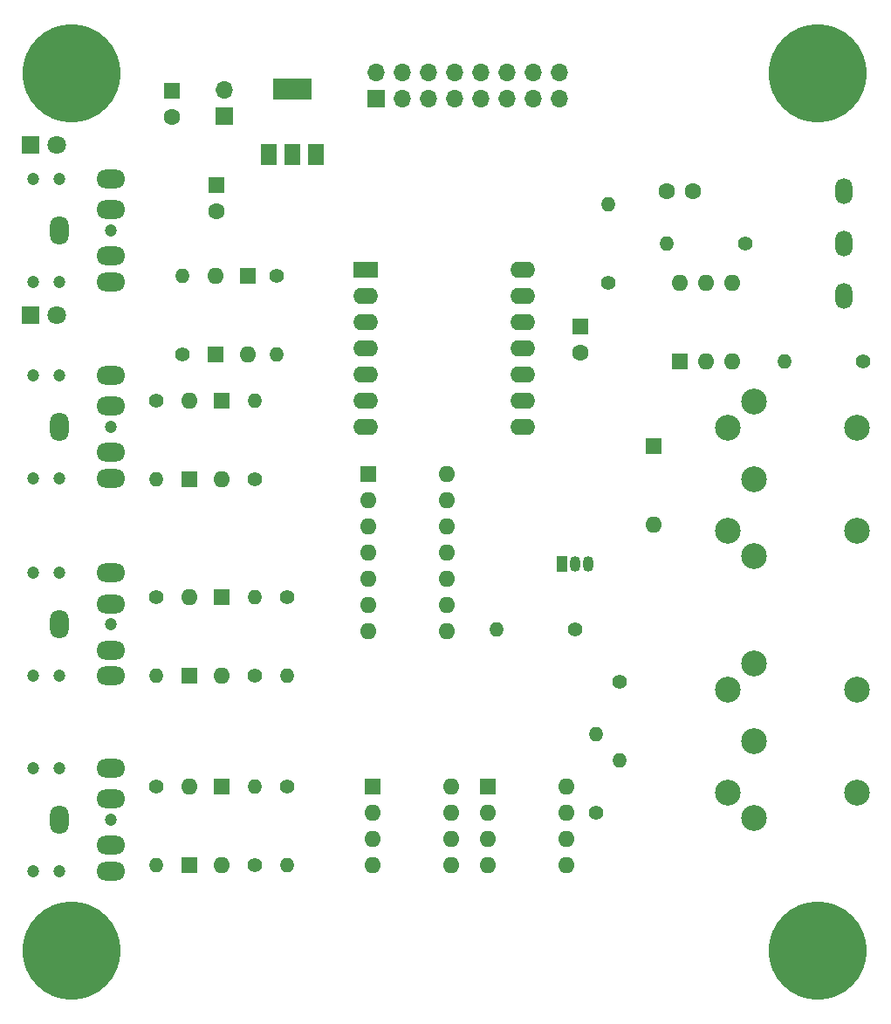
<source format=gts>
%TF.GenerationSoftware,KiCad,Pcbnew,(6.0.1)*%
%TF.CreationDate,2022-09-22T15:31:26-04:00*%
%TF.ProjectId,SYNTH-MIDI-CV-01,53594e54-482d-44d4-9944-492d43562d30,1*%
%TF.SameCoordinates,Original*%
%TF.FileFunction,Soldermask,Top*%
%TF.FilePolarity,Negative*%
%FSLAX46Y46*%
G04 Gerber Fmt 4.6, Leading zero omitted, Abs format (unit mm)*
G04 Created by KiCad (PCBNEW (6.0.1)) date 2022-09-22 15:31:26*
%MOMM*%
%LPD*%
G01*
G04 APERTURE LIST*
%ADD10R,1.800000X1.800000*%
%ADD11C,1.800000*%
%ADD12C,1.400000*%
%ADD13O,1.400000X1.400000*%
%ADD14R,1.600000X1.600000*%
%ADD15O,1.600000X1.600000*%
%ADD16R,1.050000X1.500000*%
%ADD17O,1.050000X1.500000*%
%ADD18C,2.500000*%
%ADD19C,1.200000*%
%ADD20O,2.800000X1.800000*%
%ADD21O,1.800000X2.800000*%
%ADD22C,1.600000*%
%ADD23C,9.525000*%
%ADD24O,1.651000X2.540000*%
%ADD25R,1.700000X1.700000*%
%ADD26O,1.700000X1.700000*%
%ADD27R,2.400000X1.600000*%
%ADD28O,2.400000X1.600000*%
%ADD29R,1.500000X2.000000*%
%ADD30R,3.800000X2.000000*%
G04 APERTURE END LIST*
D10*
%TO.C,DS1*%
X88133000Y-35560000D03*
D11*
X90673000Y-35560000D03*
%TD*%
D10*
%TO.C,DS2*%
X88133000Y-52070000D03*
D11*
X90673000Y-52070000D03*
%TD*%
D12*
%TO.C,R3*%
X112014000Y-48260000D03*
D13*
X112014000Y-55880000D03*
%TD*%
D12*
%TO.C,R5*%
X109855000Y-67945000D03*
D13*
X109855000Y-60325000D03*
%TD*%
D12*
%TO.C,R12*%
X145288000Y-87630000D03*
D13*
X145288000Y-95250000D03*
%TD*%
D14*
%TO.C,U4*%
X120870000Y-67450000D03*
D15*
X120870000Y-69990000D03*
X120870000Y-72530000D03*
X120870000Y-75070000D03*
X120870000Y-77610000D03*
X120870000Y-80150000D03*
X120870000Y-82690000D03*
X128490000Y-82690000D03*
X128490000Y-80150000D03*
X128490000Y-77610000D03*
X128490000Y-75070000D03*
X128490000Y-72530000D03*
X128490000Y-69990000D03*
X128490000Y-67450000D03*
%TD*%
D12*
%TO.C,R11*%
X140970000Y-82550000D03*
D13*
X133350000Y-82550000D03*
%TD*%
D12*
%TO.C,R13*%
X143002000Y-100330000D03*
D13*
X143002000Y-92710000D03*
%TD*%
D16*
%TO.C,Q1*%
X139700000Y-76200000D03*
D17*
X140970000Y-76200000D03*
X142240000Y-76200000D03*
%TD*%
D14*
%TO.C,U6*%
X132471000Y-97800000D03*
D15*
X132471000Y-100340000D03*
X132471000Y-102880000D03*
X132471000Y-105420000D03*
X140091000Y-105420000D03*
X140091000Y-102880000D03*
X140091000Y-100340000D03*
X140091000Y-97800000D03*
%TD*%
D12*
%TO.C,R14*%
X100330000Y-97790000D03*
D13*
X100330000Y-105410000D03*
%TD*%
D12*
%TO.C,R8*%
X100330000Y-79375000D03*
D13*
X100330000Y-86995000D03*
%TD*%
D18*
%TO.C,J6*%
X158290000Y-85845000D03*
X158290000Y-93345000D03*
X158290000Y-100845000D03*
X155790000Y-88345000D03*
X155790000Y-98345000D03*
X168290000Y-98345000D03*
X168290000Y-88345000D03*
%TD*%
%TO.C,J4*%
X158290000Y-60445000D03*
X158290000Y-67945000D03*
X158290000Y-75445000D03*
X155790000Y-62945000D03*
X155790000Y-72945000D03*
X168290000Y-72945000D03*
X168290000Y-62945000D03*
%TD*%
D13*
%TO.C,R7*%
X100330000Y-67945000D03*
D12*
X100330000Y-60325000D03*
%TD*%
D13*
%TO.C,R4*%
X102870000Y-48260000D03*
D12*
X102870000Y-55880000D03*
%TD*%
D13*
%TO.C,R1*%
X144145000Y-41275000D03*
D12*
X144145000Y-48895000D03*
%TD*%
D15*
%TO.C,D4*%
X106680000Y-67945000D03*
D14*
X106680000Y-60325000D03*
%TD*%
D15*
%TO.C,D3*%
X103505000Y-60325000D03*
D14*
X103505000Y-67945000D03*
%TD*%
D15*
%TO.C,D1*%
X106045000Y-48260000D03*
D14*
X106045000Y-55880000D03*
%TD*%
D15*
%TO.C,D2*%
X109220000Y-55880000D03*
D14*
X109220000Y-48260000D03*
%TD*%
D15*
%TO.C,D5*%
X148590000Y-72390000D03*
D14*
X148590000Y-64770000D03*
%TD*%
%TO.C,U3*%
X151145000Y-56505000D03*
D15*
X153685000Y-56505000D03*
X156225000Y-56505000D03*
X156225000Y-48885000D03*
X153685000Y-48885000D03*
X151145000Y-48885000D03*
%TD*%
D19*
%TO.C,J5*%
X88432000Y-77042000D03*
X88432000Y-87042000D03*
X90932000Y-77042000D03*
X95932000Y-82042000D03*
X90932000Y-87042000D03*
D20*
X95932000Y-77042000D03*
X95932000Y-80042000D03*
D21*
X90932000Y-82042000D03*
D20*
X95932000Y-87042000D03*
X95932000Y-84542000D03*
%TD*%
D14*
%TO.C,C3*%
X106172000Y-39434888D03*
D22*
X106172000Y-41934888D03*
%TD*%
%TO.C,C2*%
X141478000Y-55650888D03*
D14*
X141478000Y-53150888D03*
%TD*%
%TO.C,D9*%
X106680000Y-97790000D03*
D15*
X106680000Y-105410000D03*
%TD*%
D23*
%TO.C,MTG2*%
X92075000Y-113665000D03*
%TD*%
D24*
%TO.C,RV1*%
X167005000Y-40010000D03*
X167005000Y-45090000D03*
X167005000Y-50170000D03*
%TD*%
D23*
%TO.C,MTG3*%
X164465000Y-28575000D03*
%TD*%
D12*
%TO.C,R6*%
X168910000Y-56515000D03*
D13*
X161290000Y-56515000D03*
%TD*%
D12*
%TO.C,R15*%
X109855000Y-105410000D03*
D13*
X109855000Y-97790000D03*
%TD*%
D19*
%TO.C,J3*%
X88432000Y-67865000D03*
X95932000Y-62865000D03*
X88432000Y-57865000D03*
X90932000Y-57865000D03*
X90932000Y-67865000D03*
D20*
X95932000Y-57865000D03*
X95932000Y-60865000D03*
D21*
X90932000Y-62865000D03*
D20*
X95932000Y-67865000D03*
X95932000Y-65365000D03*
%TD*%
D14*
%TO.C,D6*%
X103505000Y-86995000D03*
D15*
X103505000Y-79375000D03*
%TD*%
D12*
%TO.C,R9*%
X109855000Y-86995000D03*
D13*
X109855000Y-79375000D03*
%TD*%
D14*
%TO.C,D8*%
X103505000Y-105410000D03*
D15*
X103505000Y-97790000D03*
%TD*%
D14*
%TO.C,U5*%
X121295000Y-97800000D03*
D15*
X121295000Y-100340000D03*
X121295000Y-102880000D03*
X121295000Y-105420000D03*
X128915000Y-105420000D03*
X128915000Y-102880000D03*
X128915000Y-100340000D03*
X128915000Y-97800000D03*
%TD*%
D12*
%TO.C,R10*%
X113030000Y-79375000D03*
D13*
X113030000Y-86995000D03*
%TD*%
D14*
%TO.C,D7*%
X106680000Y-79375000D03*
D15*
X106680000Y-86995000D03*
%TD*%
D25*
%TO.C,J1*%
X121666000Y-31050000D03*
D26*
X121666000Y-28510000D03*
X124206000Y-31050000D03*
X124206000Y-28510000D03*
X126746000Y-31050000D03*
X126746000Y-28510000D03*
X129286000Y-31050000D03*
X129286000Y-28510000D03*
X131826000Y-31050000D03*
X131826000Y-28510000D03*
X134366000Y-31050000D03*
X134366000Y-28510000D03*
X136906000Y-31050000D03*
X136906000Y-28510000D03*
X139446000Y-31050000D03*
X139446000Y-28510000D03*
%TD*%
D12*
%TO.C,R2*%
X157480000Y-45085000D03*
D13*
X149860000Y-45085000D03*
%TD*%
D27*
%TO.C,U2*%
X120650000Y-47625000D03*
D28*
X120650000Y-50165000D03*
X120650000Y-52705000D03*
X120650000Y-55245000D03*
X120650000Y-57785000D03*
X120650000Y-60325000D03*
X120650000Y-62865000D03*
X135890000Y-62865000D03*
X135890000Y-60325000D03*
X135890000Y-57785000D03*
X135890000Y-55245000D03*
X135890000Y-52705000D03*
X135890000Y-50165000D03*
X135890000Y-47625000D03*
%TD*%
D25*
%TO.C,H1*%
X106934000Y-32771000D03*
D26*
X106934000Y-30231000D03*
%TD*%
D23*
%TO.C,MTG4*%
X164465000Y-113665000D03*
%TD*%
%TO.C,MTG1*%
X92075000Y-28575000D03*
%TD*%
D12*
%TO.C,R16*%
X113030000Y-97790000D03*
D13*
X113030000Y-105410000D03*
%TD*%
D19*
%TO.C,J2*%
X88432000Y-38815000D03*
X90932000Y-38815000D03*
X95932000Y-43815000D03*
X90932000Y-48815000D03*
X88432000Y-48815000D03*
D20*
X95932000Y-38815000D03*
X95932000Y-41815000D03*
D21*
X90932000Y-43815000D03*
D20*
X95932000Y-48815000D03*
X95932000Y-46315000D03*
%TD*%
D14*
%TO.C,C1*%
X101854000Y-30290888D03*
D22*
X101854000Y-32790888D03*
%TD*%
D19*
%TO.C,J7*%
X90932000Y-95965000D03*
X88432000Y-95965000D03*
X90932000Y-105965000D03*
X95932000Y-100965000D03*
X88432000Y-105965000D03*
D20*
X95932000Y-95965000D03*
X95932000Y-98965000D03*
D21*
X90932000Y-100965000D03*
D20*
X95932000Y-105965000D03*
X95932000Y-103465000D03*
%TD*%
D29*
%TO.C,U1*%
X111238000Y-36424000D03*
X113538000Y-36424000D03*
X115838000Y-36424000D03*
D30*
X113538000Y-30124000D03*
%TD*%
D22*
%TO.C,C4*%
X149880000Y-40005000D03*
X152380000Y-40005000D03*
%TD*%
M02*

</source>
